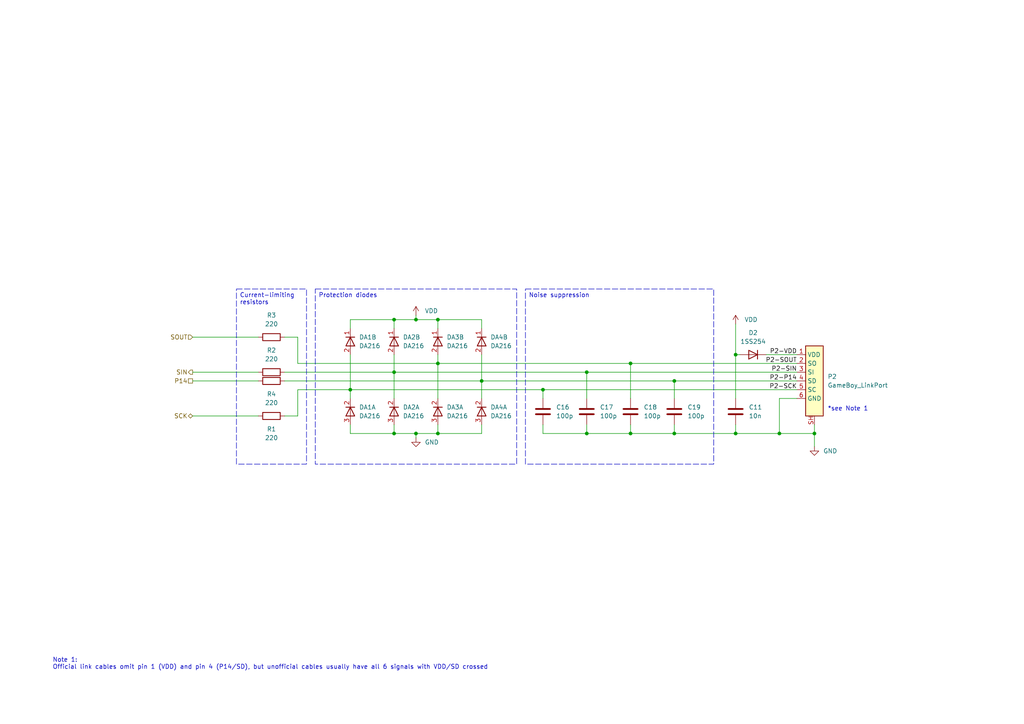
<source format=kicad_sch>
(kicad_sch (version 20230121) (generator eeschema)
  (paper "A4")
  (title_block (title "DMG-CPU-06") (date "2023-07-11") (rev "A") (company "https://gekkio.fi") (comment 1 "https://github.com/gekkio/gb-schematics"))
  (lib_symbols
    (symbol "Device:C" (pin_numbers hide) (pin_names (offset 0.254))
      (property "Reference" "C" (at 0.635 2.54 0))
      (property "Value" "C" (at 0.635 -2.54 0))
      (symbol "C_0_1"
        (polyline (pts (xy -2.032 -0.762) (xy 2.032 -0.762)) (stroke (width 0.508)))
        (polyline (pts (xy -2.032 0.762) (xy 2.032 0.762)) (stroke (width 0.508)))
      )
      (symbol "C_1_1"
        (pin passive line (at 0 3.81 270) (length 2.794) (name "~") (number "1"))
        (pin passive line (at 0 -3.81 90) (length 2.794) (name "~") (number "2"))
      )
    )
    (symbol "Device:D" (pin_numbers hide) (pin_names (offset 1.016) hide)
      (property "Reference" "D" (at 0 2.54 0))
      (property "Value" "D" (at 0 -2.54 0))
      (symbol "D_0_1"
        (polyline (pts (xy -1.27 1.27) (xy -1.27 -1.27)) (stroke (width 0.254)))
        (polyline (pts (xy 1.27 0) (xy -1.27 0)))
        (polyline (pts (xy 1.27 1.27) (xy 1.27 -1.27) (xy -1.27 0) (xy 1.27 1.27)) (stroke (width 0.254)))
      )
      (symbol "D_1_1"
        (pin passive line (at -3.81 0 0) (length 2.54) (name "K") (number "1"))
        (pin passive line (at 3.81 0 180) (length 2.54) (name "A") (number "2"))
      )
    )
    (symbol "Device:D_Dual_Series_KCA_Split" (pin_names (offset 0.762) hide)
      (property "Reference" "D" (at 0 2.54 0))
      (property "Value" "D_Dual_Series_KCA_Split" (at 0 -2.54 0))
      (symbol "D_Dual_Series_KCA_Split_0_1"
        (pin passive line (at 3.81 0 180) (length 2.54) (name "K") (number "2"))
      )
      (symbol "D_Dual_Series_KCA_Split_1_0"
        (polyline (pts (xy 1.27 1.27) (xy 1.27 -1.27)) (stroke (width 0.254)))
      )
      (symbol "D_Dual_Series_KCA_Split_1_1"
        (polyline (pts (xy 1.27 0) (xy -1.27 0)))
        (polyline (pts (xy -1.27 1.27) (xy 1.27 0) (xy -1.27 -1.27) (xy -1.27 1.27) (xy -1.27 1.27) (xy -1.27 1.27)) (stroke (width 0.254)))
        (pin passive line (at -3.81 0 0) (length 2.54) (name "A") (number "3"))
      )
      (symbol "D_Dual_Series_KCA_Split_2_0"
        (polyline (pts (xy -1.27 1.27) (xy -1.27 -1.27)) (stroke (width 0.254)))
      )
      (symbol "D_Dual_Series_KCA_Split_2_1"
        (polyline (pts (xy -1.27 0) (xy 1.27 0)))
        (polyline (pts (xy 1.27 1.27) (xy -1.27 0) (xy 1.27 -1.27) (xy 1.27 1.27) (xy 1.27 1.27) (xy 1.27 1.27)) (stroke (width 0.254)))
        (pin passive line (at -3.81 0 0) (length 2.54) (name "K") (number "1"))
      )
    )
    (symbol "Device:R" (pin_numbers hide) (pin_names (offset 0))
      (property "Reference" "R" (at 2.032 0 90))
      (property "Value" "R" (at 0 0 90))
      (symbol "R_0_1"
        (rectangle (start -1.016 -2.54) (end 1.016 2.54) (stroke (width 0.254)))
      )
      (symbol "R_1_1"
        (pin passive line (at 0 3.81 270) (length 1.27) (name "~") (number "1"))
        (pin passive line (at 0 -3.81 90) (length 1.27) (name "~") (number "2"))
      )
    )
    (symbol "Gekkio_Connector_Specialized:GameBoy_LinkPort"
      (property "Reference" "J" (at 0 13.97 0))
      (property "Value" "GameBoy_LinkPort" (at 0 11.43 0))
      (symbol "GameBoy_LinkPort_0_1"
        (rectangle (start -2.54 10.16) (end 2.54 -10.16) (stroke (width 0.254)) (fill (type background)))
      )
      (symbol "GameBoy_LinkPort_1_1"
        (pin passive line (at -5.08 7.62 0) (length 2.54) (name "VDD") (number "1"))
        (pin passive line (at -5.08 5.08 0) (length 2.54) (name "SO") (number "2"))
        (pin passive line (at -5.08 2.54 0) (length 2.54) (name "SI") (number "3"))
        (pin passive line (at -5.08 0 0) (length 2.54) (name "SD") (number "4"))
        (pin passive line (at -5.08 -2.54 0) (length 2.54) (name "SC") (number "5"))
        (pin passive line (at -5.08 -5.08 0) (length 2.54) (name "GND") (number "6"))
        (pin passive line (at 0 -12.7 90) (length 2.54) (name "~") (number "SH"))
      )
    )
    (symbol "power:GND" (power) (pin_names (offset 0))
      (property "Value" "GND" (at 0 -3.81 0))
      (symbol "GND_0_1"
        (polyline (pts (xy 0 0) (xy 0 -1.27) (xy 1.27 -1.27) (xy 0 -2.54) (xy -1.27 -1.27) (xy 0 -1.27)))
      )
      (symbol "GND_1_1"
        (pin power_in line (at 0 0 270) (length 0) hide (name "GND") (number "1"))
      )
    )
    (symbol "power:VDD" (power) (pin_names (offset 0))
      (property "Value" "VDD" (at 0 3.81 0))
      (symbol "VDD_0_1"
        (polyline (pts (xy -0.762 1.27) (xy 0 2.54)))
        (polyline (pts (xy 0 0) (xy 0 2.54)))
        (polyline (pts (xy 0 2.54) (xy 0.762 1.27)))
      )
      (symbol "VDD_1_1"
        (pin power_in line (at 0 0 90) (length 0) hide (name "VDD") (number "1"))
      )
    )
  )
  (junction (at 114.3 125.73))
  (junction (at 127 125.73))
  (junction (at 120.65 125.73))
  (junction (at 101.6 113.03))
  (junction (at 127 92.71))
  (junction (at 213.36 125.73))
  (junction (at 182.88 125.73))
  (junction (at 195.58 110.49))
  (junction (at 226.06 125.73))
  (junction (at 139.7 110.49))
  (junction (at 236.22 125.73))
  (junction (at 114.3 92.71))
  (junction (at 195.58 125.73))
  (junction (at 120.65 92.71))
  (junction (at 157.48 113.03))
  (junction (at 170.18 107.95))
  (junction (at 114.3 107.95))
  (junction (at 213.36 102.87))
  (junction (at 170.18 125.73))
  (junction (at 182.88 105.41))
  (junction (at 127 105.41))
  (wire (pts (xy 120.65 92.71) (xy 127 92.71)))
  (wire (pts (xy 114.3 115.57) (xy 114.3 107.95)))
  (wire (pts (xy 101.6 115.57) (xy 101.6 113.03)))
  (wire (pts (xy 127 105.41) (xy 182.88 105.41)))
  (wire (pts (xy 114.3 107.95) (xy 170.18 107.95)))
  (wire (pts (xy 226.06 115.57) (xy 226.06 125.73)))
  (wire (pts (xy 86.36 113.03) (xy 101.6 113.03)))
  (wire (pts (xy 101.6 125.73) (xy 114.3 125.73)))
  (wire (pts (xy 157.48 113.03) (xy 231.14 113.03)))
  (wire (pts (xy 127 125.73) (xy 127 123.19)))
  (wire (pts (xy 182.88 125.73) (xy 182.88 123.19)))
  (wire (pts (xy 82.55 97.79) (xy 86.36 97.79)))
  (wire (pts (xy 213.36 93.98) (xy 213.36 102.87)))
  (wire (pts (xy 127 92.71) (xy 139.7 92.71)))
  (wire (pts (xy 127 105.41) (xy 127 115.57)))
  (wire (pts (xy 82.55 110.49) (xy 139.7 110.49)))
  (wire (pts (xy 213.36 102.87) (xy 214.63 102.87)))
  (wire (pts (xy 226.06 125.73) (xy 236.22 125.73)))
  (wire (pts (xy 236.22 125.73) (xy 236.22 129.54)))
  (wire (pts (xy 114.3 92.71) (xy 120.65 92.71)))
  (wire (pts (xy 101.6 113.03) (xy 101.6 102.87)))
  (wire (pts (xy 182.88 105.41) (xy 182.88 115.57)))
  (wire (pts (xy 55.88 110.49) (xy 74.93 110.49)))
  (wire (pts (xy 101.6 92.71) (xy 114.3 92.71)))
  (wire (pts (xy 222.25 102.87) (xy 231.14 102.87)))
  (wire (pts (xy 82.55 107.95) (xy 114.3 107.95)))
  (wire (pts (xy 127 102.87) (xy 127 105.41)))
  (wire (pts (xy 82.55 120.65) (xy 86.36 120.65)))
  (wire (pts (xy 55.88 97.79) (xy 74.93 97.79)))
  (wire (pts (xy 157.48 125.73) (xy 157.48 123.19)))
  (wire (pts (xy 101.6 123.19) (xy 101.6 125.73)))
  (wire (pts (xy 120.65 127) (xy 120.65 125.73)))
  (wire (pts (xy 157.48 125.73) (xy 170.18 125.73)))
  (wire (pts (xy 195.58 115.57) (xy 195.58 110.49)))
  (wire (pts (xy 86.36 97.79) (xy 86.36 105.41)))
  (wire (pts (xy 127 95.25) (xy 127 92.71)))
  (wire (pts (xy 170.18 107.95) (xy 231.14 107.95)))
  (wire (pts (xy 170.18 107.95) (xy 170.18 115.57)))
  (wire (pts (xy 139.7 110.49) (xy 195.58 110.49)))
  (wire (pts (xy 114.3 125.73) (xy 120.65 125.73)))
  (wire (pts (xy 114.3 123.19) (xy 114.3 125.73)))
  (wire (pts (xy 101.6 113.03) (xy 157.48 113.03)))
  (wire (pts (xy 139.7 102.87) (xy 139.7 110.49)))
  (wire (pts (xy 114.3 107.95) (xy 114.3 102.87)))
  (wire (pts (xy 182.88 125.73) (xy 195.58 125.73)))
  (wire (pts (xy 213.36 102.87) (xy 213.36 115.57)))
  (wire (pts (xy 213.36 125.73) (xy 213.36 123.19)))
  (wire (pts (xy 195.58 125.73) (xy 213.36 125.73)))
  (wire (pts (xy 120.65 125.73) (xy 127 125.73)))
  (wire (pts (xy 157.48 113.03) (xy 157.48 115.57)))
  (wire (pts (xy 170.18 125.73) (xy 182.88 125.73)))
  (wire (pts (xy 86.36 113.03) (xy 86.36 120.65)))
  (wire (pts (xy 114.3 92.71) (xy 114.3 95.25)))
  (wire (pts (xy 55.88 120.65) (xy 74.93 120.65)))
  (wire (pts (xy 101.6 95.25) (xy 101.6 92.71)))
  (wire (pts (xy 182.88 105.41) (xy 231.14 105.41)))
  (wire (pts (xy 195.58 110.49) (xy 231.14 110.49)))
  (wire (pts (xy 236.22 123.19) (xy 236.22 125.73)))
  (wire (pts (xy 139.7 125.73) (xy 139.7 123.19)))
  (wire (pts (xy 139.7 92.71) (xy 139.7 95.25)))
  (wire (pts (xy 213.36 125.73) (xy 226.06 125.73)))
  (wire (pts (xy 55.88 107.95) (xy 74.93 107.95)))
  (wire (pts (xy 86.36 105.41) (xy 127 105.41)))
  (wire (pts (xy 127 125.73) (xy 139.7 125.73)))
  (wire (pts (xy 120.65 91.44) (xy 120.65 92.71)))
  (wire (pts (xy 226.06 115.57) (xy 231.14 115.57)))
  (wire (pts (xy 195.58 123.19) (xy 195.58 125.73)))
  (wire (pts (xy 139.7 115.57) (xy 139.7 110.49)))
  (wire (pts (xy 170.18 125.73) (xy 170.18 123.19)))
  (text_box "Current-limiting resistors" (at 68.58 83.82 0) (size 20.32 50.8) (stroke (width 0) (type dash)) (effects (font (size 1.27 1.27)) (justify left top)))
  (text_box "Noise suppression" (at 152.4 83.82 0) (size 54.61 50.8) (stroke (width 0) (type dash)) (effects (font (size 1.27 1.27)) (justify left top)))
  (text_box "Protection diodes" (at 91.44 83.82 0) (size 58.42 50.8) (stroke (width 0) (type dash)) (effects (font (size 1.27 1.27)) (justify left top)))
  (text "Note 1:\nOfficial link cables omit pin 1 (VDD) and pin 4 (P14/SD), but unofficial cables usually have all 6 signals with VDD/SD crossed" (at 15.24 194.31 0) (effects (font (size 1.27 1.27)) (justify left bottom)))
  (text "*see Note 1" (at 240.03 119.38 0) (effects (font (size 1.27 1.27)) (justify left bottom)))
  (label "P2-VDD" (at 231.14 102.87 180))
  (label "P2-SCK" (at 231.14 113.03 180))
  (label "P2-SIN" (at 231.14 107.95 180))
  (label "P2-SOUT" (at 231.14 105.41 180))
  (label "P2-P14" (at 231.14 110.49 180))
  (hierarchical_label "SIN" (shape output) (at 55.88 107.95 180))
  (hierarchical_label "SOUT" (shape input) (at 55.88 97.79 180))
  (hierarchical_label "SCK" (shape bidirectional) (at 55.88 120.65 180))
  (hierarchical_label "P14" (shape passive) (at 55.88 110.49 180))
  (symbol (lib_id "Gekkio_Connector_Specialized:GameBoy_LinkPort") (at 236.22 110.49 0) (unit 1)
    (property "Reference" "P2" (at 240.03 109.22 0) (effects (justify left)))
    (property "Value" "GameBoy_LinkPort" (at 240.03 111.76 0) (effects (justify left)))
  )
  (symbol (lib_id "power:GND") (at 236.22 129.54 0) (unit 1)
    (property "Reference" "#PWR0115" (effects hide))
    (property "Value" "GND" (at 238.76 130.81 0) (effects (justify left)))
  )
  (symbol (lib_id "power:VDD") (at 213.36 93.98 0) (unit 1)
    (property "Reference" "#PWR0116" (effects hide))
    (property "Value" "VDD" (at 215.9 92.71 0) (effects (justify left)))
  )
  (symbol (lib_id "Device:C") (at 213.36 119.38 0) (unit 1)
    (property "Reference" "C11" (at 217.17 118.11 0) (effects (justify left)))
    (property "Value" "10n" (at 217.17 120.65 0) (effects (justify left)))
  )
  (symbol (lib_id "Device:C") (at 182.88 119.38 0) (unit 1)
    (property "Reference" "C18" (at 186.69 118.11 0) (effects (justify left)))
    (property "Value" "100p" (at 186.69 120.65 0) (effects (justify left)))
  )
  (symbol (lib_id "Device:C") (at 170.18 119.38 0) (unit 1)
    (property "Reference" "C17" (at 173.99 118.11 0) (effects (justify left)))
    (property "Value" "100p" (at 173.99 120.65 0) (effects (justify left)))
  )
  (symbol (lib_id "Device:C") (at 157.48 119.38 0) (unit 1)
    (property "Reference" "C16" (at 161.29 118.11 0) (effects (justify left)))
    (property "Value" "100p" (at 161.29 120.65 0) (effects (justify left)))
  )
  (symbol (lib_id "Device:C") (at 195.58 119.38 0) (unit 1)
    (property "Reference" "C19" (at 199.39 118.11 0) (effects (justify left)))
    (property "Value" "100p" (at 199.39 120.65 0) (effects (justify left)))
  )
  (symbol (lib_id "power:VDD") (at 120.65 91.44 0) (unit 1)
    (property "Reference" "#PWR0117" (effects hide))
    (property "Value" "VDD" (at 123.19 90.17 0) (effects (justify left)))
  )
  (symbol (lib_id "power:GND") (at 120.65 127 0) (unit 1)
    (property "Reference" "#PWR0118" (effects hide))
    (property "Value" "GND" (at 123.19 128.27 0) (effects (justify left)))
  )
  (symbol (lib_id "Device:R") (at 78.74 110.49 90) (unit 1)
    (property "Reference" "R4" (at 78.74 114.3 90))
    (property "Value" "220" (at 78.74 116.84 90))
  )
  (symbol (lib_id "Device:D_Dual_Series_KCA_Split") (at 114.3 99.06 270) (unit 2)
    (property "Reference" "DA2" (at 116.84 97.79 90) (effects (justify left)))
    (property "Value" "DA216" (at 116.84 100.33 90) (effects (justify left)))
  )
  (symbol (lib_id "Device:D_Dual_Series_KCA_Split") (at 127 99.06 270) (unit 2)
    (property "Reference" "DA3" (at 129.54 97.79 90) (effects (justify left)))
    (property "Value" "DA216" (at 129.54 100.33 90) (effects (justify left)))
  )
  (symbol (lib_id "Device:R") (at 78.74 97.79 90) (unit 1)
    (property "Reference" "R3" (at 78.74 91.44 90))
    (property "Value" "220" (at 78.74 93.98 90))
  )
  (symbol (lib_id "Device:D_Dual_Series_KCA_Split") (at 101.6 99.06 270) (unit 2)
    (property "Reference" "DA1" (at 104.14 97.79 90) (effects (justify left)))
    (property "Value" "DA216" (at 104.14 100.33 90) (effects (justify left)))
  )
  (symbol (lib_id "Device:D_Dual_Series_KCA_Split") (at 139.7 119.38 90) (unit 1)
    (property "Reference" "DA4" (at 142.24 118.11 90) (effects (justify right)))
    (property "Value" "DA216" (at 142.24 120.65 90) (effects (justify right)))
  )
  (symbol (lib_id "Device:D_Dual_Series_KCA_Split") (at 139.7 99.06 270) (unit 2)
    (property "Reference" "DA4" (at 142.24 97.79 90) (effects (justify left)))
    (property "Value" "DA216" (at 142.24 100.33 90) (effects (justify left)))
  )
  (symbol (lib_id "Device:D_Dual_Series_KCA_Split") (at 127 119.38 90) (unit 1)
    (property "Reference" "DA3" (at 129.54 118.11 90) (effects (justify right)))
    (property "Value" "DA216" (at 129.54 120.65 90) (effects (justify right)))
  )
  (symbol (lib_id "Device:D") (at 218.44 102.87 180) (unit 1)
    (property "Reference" "D2" (at 218.44 96.52 0))
    (property "Value" "1SS254" (at 218.44 99.06 0))
    (property "Sim.Device" "D" (effects hide))
    (property "Sim.Pins" "1=K 2=A" (effects hide))
  )
  (symbol (lib_id "Device:D_Dual_Series_KCA_Split") (at 114.3 119.38 90) (unit 1)
    (property "Reference" "DA2" (at 116.84 118.11 90) (effects (justify right)))
    (property "Value" "DA216" (at 116.84 120.65 90) (effects (justify right)))
  )
  (symbol (lib_id "Device:R") (at 78.74 107.95 90) (unit 1)
    (property "Reference" "R2" (at 78.74 101.6 90))
    (property "Value" "220" (at 78.74 104.14 90))
  )
  (symbol (lib_id "Device:R") (at 78.74 120.65 90) (unit 1)
    (property "Reference" "R1" (at 78.74 124.46 90))
    (property "Value" "220" (at 78.74 127 90))
  )
  (symbol (lib_id "Device:D_Dual_Series_KCA_Split") (at 101.6 119.38 90) (unit 1)
    (property "Reference" "DA1" (at 104.14 118.11 90) (effects (justify right)))
    (property "Value" "DA216" (at 104.14 120.65 90) (effects (justify right)))
  )
)
</source>
